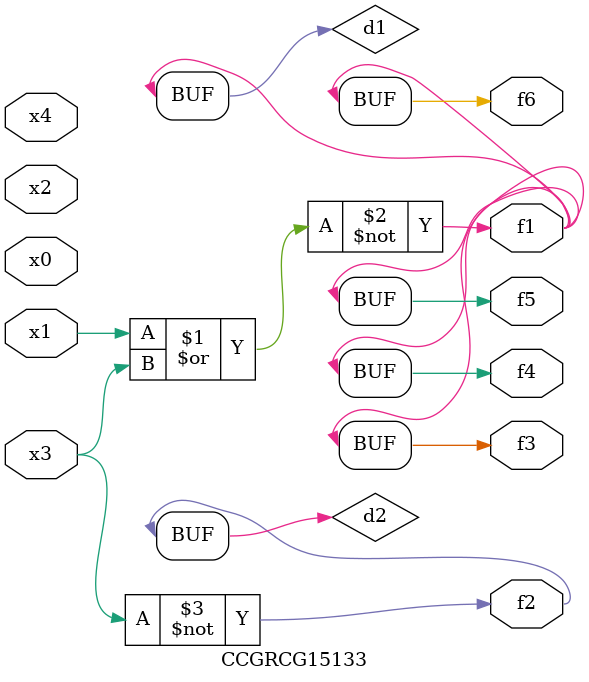
<source format=v>
module CCGRCG15133(
	input x0, x1, x2, x3, x4,
	output f1, f2, f3, f4, f5, f6
);

	wire d1, d2;

	nor (d1, x1, x3);
	not (d2, x3);
	assign f1 = d1;
	assign f2 = d2;
	assign f3 = d1;
	assign f4 = d1;
	assign f5 = d1;
	assign f6 = d1;
endmodule

</source>
